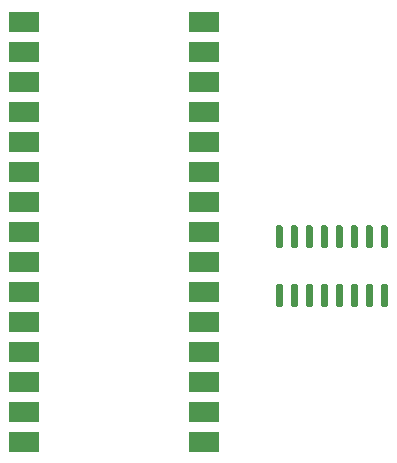
<source format=gbr>
%TF.GenerationSoftware,KiCad,Pcbnew,(6.0.7)*%
%TF.CreationDate,2022-11-13T19:08:48-05:00*%
%TF.ProjectId,single_layer_prototype,73696e67-6c65-45f6-9c61-7965725f7072,rev?*%
%TF.SameCoordinates,Original*%
%TF.FileFunction,Paste,Top*%
%TF.FilePolarity,Positive*%
%FSLAX46Y46*%
G04 Gerber Fmt 4.6, Leading zero omitted, Abs format (unit mm)*
G04 Created by KiCad (PCBNEW (6.0.7)) date 2022-11-13 19:08:48*
%MOMM*%
%LPD*%
G01*
G04 APERTURE LIST*
%ADD10R,2.500000X1.750000*%
G04 APERTURE END LIST*
%TO.C,U1*%
G36*
G01*
X114277000Y-102846000D02*
X114577000Y-102846000D01*
G75*
G02*
X114727000Y-102996000I0J-150000D01*
G01*
X114727000Y-104646000D01*
G75*
G02*
X114577000Y-104796000I-150000J0D01*
G01*
X114277000Y-104796000D01*
G75*
G02*
X114127000Y-104646000I0J150000D01*
G01*
X114127000Y-102996000D01*
G75*
G02*
X114277000Y-102846000I150000J0D01*
G01*
G37*
G36*
G01*
X113007000Y-102846000D02*
X113307000Y-102846000D01*
G75*
G02*
X113457000Y-102996000I0J-150000D01*
G01*
X113457000Y-104646000D01*
G75*
G02*
X113307000Y-104796000I-150000J0D01*
G01*
X113007000Y-104796000D01*
G75*
G02*
X112857000Y-104646000I0J150000D01*
G01*
X112857000Y-102996000D01*
G75*
G02*
X113007000Y-102846000I150000J0D01*
G01*
G37*
G36*
G01*
X111737000Y-102846000D02*
X112037000Y-102846000D01*
G75*
G02*
X112187000Y-102996000I0J-150000D01*
G01*
X112187000Y-104646000D01*
G75*
G02*
X112037000Y-104796000I-150000J0D01*
G01*
X111737000Y-104796000D01*
G75*
G02*
X111587000Y-104646000I0J150000D01*
G01*
X111587000Y-102996000D01*
G75*
G02*
X111737000Y-102846000I150000J0D01*
G01*
G37*
G36*
G01*
X110467000Y-102846000D02*
X110767000Y-102846000D01*
G75*
G02*
X110917000Y-102996000I0J-150000D01*
G01*
X110917000Y-104646000D01*
G75*
G02*
X110767000Y-104796000I-150000J0D01*
G01*
X110467000Y-104796000D01*
G75*
G02*
X110317000Y-104646000I0J150000D01*
G01*
X110317000Y-102996000D01*
G75*
G02*
X110467000Y-102846000I150000J0D01*
G01*
G37*
G36*
G01*
X109197000Y-102846000D02*
X109497000Y-102846000D01*
G75*
G02*
X109647000Y-102996000I0J-150000D01*
G01*
X109647000Y-104646000D01*
G75*
G02*
X109497000Y-104796000I-150000J0D01*
G01*
X109197000Y-104796000D01*
G75*
G02*
X109047000Y-104646000I0J150000D01*
G01*
X109047000Y-102996000D01*
G75*
G02*
X109197000Y-102846000I150000J0D01*
G01*
G37*
G36*
G01*
X107927000Y-102846000D02*
X108227000Y-102846000D01*
G75*
G02*
X108377000Y-102996000I0J-150000D01*
G01*
X108377000Y-104646000D01*
G75*
G02*
X108227000Y-104796000I-150000J0D01*
G01*
X107927000Y-104796000D01*
G75*
G02*
X107777000Y-104646000I0J150000D01*
G01*
X107777000Y-102996000D01*
G75*
G02*
X107927000Y-102846000I150000J0D01*
G01*
G37*
G36*
G01*
X106657000Y-102846000D02*
X106957000Y-102846000D01*
G75*
G02*
X107107000Y-102996000I0J-150000D01*
G01*
X107107000Y-104646000D01*
G75*
G02*
X106957000Y-104796000I-150000J0D01*
G01*
X106657000Y-104796000D01*
G75*
G02*
X106507000Y-104646000I0J150000D01*
G01*
X106507000Y-102996000D01*
G75*
G02*
X106657000Y-102846000I150000J0D01*
G01*
G37*
G36*
G01*
X105387000Y-102846000D02*
X105687000Y-102846000D01*
G75*
G02*
X105837000Y-102996000I0J-150000D01*
G01*
X105837000Y-104646000D01*
G75*
G02*
X105687000Y-104796000I-150000J0D01*
G01*
X105387000Y-104796000D01*
G75*
G02*
X105237000Y-104646000I0J150000D01*
G01*
X105237000Y-102996000D01*
G75*
G02*
X105387000Y-102846000I150000J0D01*
G01*
G37*
G36*
G01*
X105387000Y-97896000D02*
X105687000Y-97896000D01*
G75*
G02*
X105837000Y-98046000I0J-150000D01*
G01*
X105837000Y-99696000D01*
G75*
G02*
X105687000Y-99846000I-150000J0D01*
G01*
X105387000Y-99846000D01*
G75*
G02*
X105237000Y-99696000I0J150000D01*
G01*
X105237000Y-98046000D01*
G75*
G02*
X105387000Y-97896000I150000J0D01*
G01*
G37*
G36*
G01*
X106657000Y-97896000D02*
X106957000Y-97896000D01*
G75*
G02*
X107107000Y-98046000I0J-150000D01*
G01*
X107107000Y-99696000D01*
G75*
G02*
X106957000Y-99846000I-150000J0D01*
G01*
X106657000Y-99846000D01*
G75*
G02*
X106507000Y-99696000I0J150000D01*
G01*
X106507000Y-98046000D01*
G75*
G02*
X106657000Y-97896000I150000J0D01*
G01*
G37*
G36*
G01*
X107927000Y-97896000D02*
X108227000Y-97896000D01*
G75*
G02*
X108377000Y-98046000I0J-150000D01*
G01*
X108377000Y-99696000D01*
G75*
G02*
X108227000Y-99846000I-150000J0D01*
G01*
X107927000Y-99846000D01*
G75*
G02*
X107777000Y-99696000I0J150000D01*
G01*
X107777000Y-98046000D01*
G75*
G02*
X107927000Y-97896000I150000J0D01*
G01*
G37*
G36*
G01*
X109197000Y-97896000D02*
X109497000Y-97896000D01*
G75*
G02*
X109647000Y-98046000I0J-150000D01*
G01*
X109647000Y-99696000D01*
G75*
G02*
X109497000Y-99846000I-150000J0D01*
G01*
X109197000Y-99846000D01*
G75*
G02*
X109047000Y-99696000I0J150000D01*
G01*
X109047000Y-98046000D01*
G75*
G02*
X109197000Y-97896000I150000J0D01*
G01*
G37*
G36*
G01*
X110467000Y-97896000D02*
X110767000Y-97896000D01*
G75*
G02*
X110917000Y-98046000I0J-150000D01*
G01*
X110917000Y-99696000D01*
G75*
G02*
X110767000Y-99846000I-150000J0D01*
G01*
X110467000Y-99846000D01*
G75*
G02*
X110317000Y-99696000I0J150000D01*
G01*
X110317000Y-98046000D01*
G75*
G02*
X110467000Y-97896000I150000J0D01*
G01*
G37*
G36*
G01*
X111737000Y-97896000D02*
X112037000Y-97896000D01*
G75*
G02*
X112187000Y-98046000I0J-150000D01*
G01*
X112187000Y-99696000D01*
G75*
G02*
X112037000Y-99846000I-150000J0D01*
G01*
X111737000Y-99846000D01*
G75*
G02*
X111587000Y-99696000I0J150000D01*
G01*
X111587000Y-98046000D01*
G75*
G02*
X111737000Y-97896000I150000J0D01*
G01*
G37*
G36*
G01*
X113007000Y-97896000D02*
X113307000Y-97896000D01*
G75*
G02*
X113457000Y-98046000I0J-150000D01*
G01*
X113457000Y-99696000D01*
G75*
G02*
X113307000Y-99846000I-150000J0D01*
G01*
X113007000Y-99846000D01*
G75*
G02*
X112857000Y-99696000I0J150000D01*
G01*
X112857000Y-98046000D01*
G75*
G02*
X113007000Y-97896000I150000J0D01*
G01*
G37*
G36*
G01*
X114277000Y-97896000D02*
X114577000Y-97896000D01*
G75*
G02*
X114727000Y-98046000I0J-150000D01*
G01*
X114727000Y-99696000D01*
G75*
G02*
X114577000Y-99846000I-150000J0D01*
G01*
X114277000Y-99846000D01*
G75*
G02*
X114127000Y-99696000I0J150000D01*
G01*
X114127000Y-98046000D01*
G75*
G02*
X114277000Y-97896000I150000J0D01*
G01*
G37*
%TD*%
D10*
%TO.C,A1*%
X99177000Y-116205000D03*
X99177000Y-113665000D03*
X99177000Y-111125000D03*
X99177000Y-108585000D03*
X99177000Y-106045000D03*
X99177000Y-103505000D03*
X99177000Y-100965000D03*
X99177000Y-98425000D03*
X99177000Y-95885000D03*
X99177000Y-93345000D03*
X99177000Y-90805000D03*
X99177000Y-88265000D03*
X99177000Y-85725000D03*
X99177000Y-83185000D03*
X99177000Y-80645000D03*
X83937000Y-80645000D03*
X83937000Y-83185000D03*
X83937000Y-85725000D03*
X83937000Y-88265000D03*
X83937000Y-90805000D03*
X83937000Y-93345000D03*
X83937000Y-95885000D03*
X83937000Y-98425000D03*
X83937000Y-100965000D03*
X83937000Y-103505000D03*
X83937000Y-106045000D03*
X83937000Y-108585000D03*
X83937000Y-111125000D03*
X83937000Y-113665000D03*
X83937000Y-116205000D03*
%TD*%
M02*

</source>
